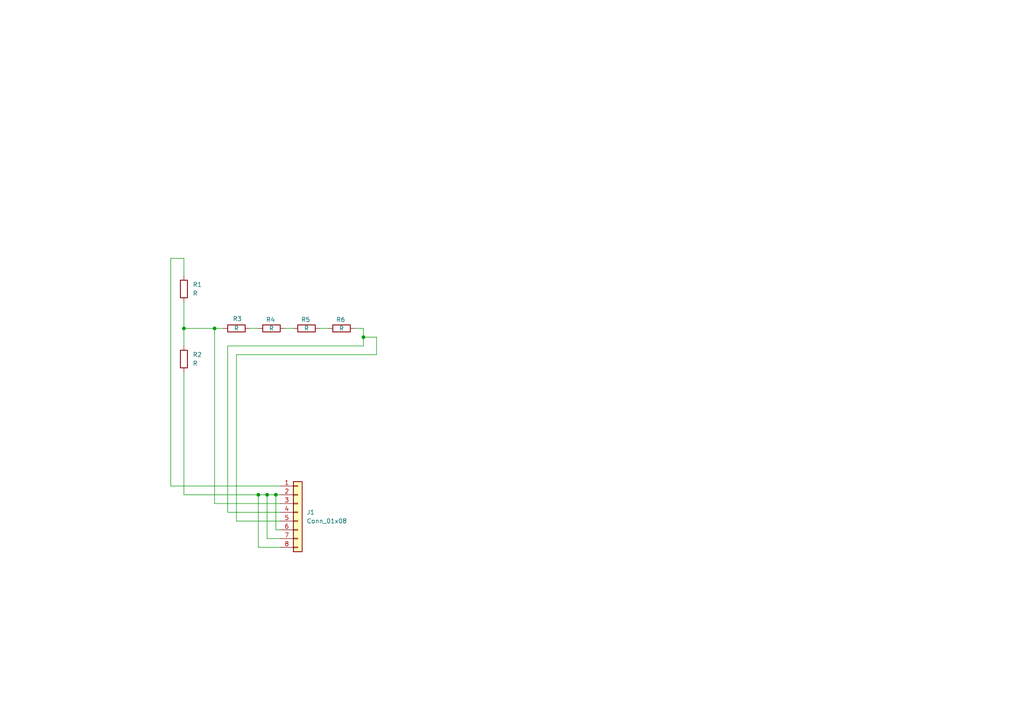
<source format=kicad_sch>
(kicad_sch (version 20250114) (generator "eeschema") (generator_version "9.0")
  (paper "A4")
  (lib_symbols
    (symbol "Connector_Generic:Conn_01x08" (pin_names (offset 1.016) (hide yes))
      (property "Reference" "J" (at 0 10.16 0))
      (property "Value" "Conn_01x08" (at 0 -12.7 0))
      (symbol "Conn_01x08_1_1"
        (rectangle (start -1.27 8.89) (end 1.27 -11.43) (stroke (width 0.254)) (fill (type background)))
        (rectangle (start -1.27 7.747) (end 0 7.493) (stroke (width 0.1524)))
        (rectangle (start -1.27 5.207) (end 0 4.953) (stroke (width 0.1524)))
        (rectangle (start -1.27 2.667) (end 0 2.413) (stroke (width 0.1524)))
        (rectangle (start -1.27 0.127) (end 0 -0.127) (stroke (width 0.1524)))
        (rectangle (start -1.27 -2.413) (end 0 -2.667) (stroke (width 0.1524)))
        (rectangle (start -1.27 -4.953) (end 0 -5.207) (stroke (width 0.1524)))
        (rectangle (start -1.27 -7.493) (end 0 -7.747) (stroke (width 0.1524)))
        (rectangle (start -1.27 -10.033) (end 0 -10.287) (stroke (width 0.1524)))
        (pin passive line (at -5.08 7.62 0) (length 3.81) (name "Pin_1") (number "1"))
        (pin passive line (at -5.08 5.08 0) (length 3.81) (name "Pin_2") (number "2"))
        (pin passive line (at -5.08 2.54 0) (length 3.81) (name "Pin_3") (number "3"))
        (pin passive line (at -5.08 0 0) (length 3.81) (name "Pin_4") (number "4"))
        (pin passive line (at -5.08 -2.54 0) (length 3.81) (name "Pin_5") (number "5"))
        (pin passive line (at -5.08 -5.08 0) (length 3.81) (name "Pin_6") (number "6"))
        (pin passive line (at -5.08 -7.62 0) (length 3.81) (name "Pin_7") (number "7"))
        (pin passive line (at -5.08 -10.16 0) (length 3.81) (name "Pin_8") (number "8"))
      )
    )
    (symbol "Device:R" (pin_numbers (hide yes)) (pin_names (offset 0))
      (property "Reference" "R" (at 2.032 0 90))
      (property "Value" "R" (at 0 0 90))
      (symbol "R_0_1"
        (rectangle (start -1.016 -2.54) (end 1.016 2.54) (stroke (width 0.254)))
      )
      (symbol "R_1_1"
        (pin passive line (at 0 3.81 270) (length 1.27) (name "~") (number "1"))
        (pin passive line (at 0 -3.81 90) (length 1.27) (name "~") (number "2"))
      )
    )
  )
  (junction (at 62.23 95.25))
  (junction (at 77.47 143.51))
  (junction (at 80.01 143.51))
  (junction (at 74.93 143.51))
  (junction (at 53.34 95.25))
  (junction (at 105.41 97.79))
  (wire (pts (xy 109.22 97.79) (xy 105.41 97.79)))
  (wire (pts (xy 81.28 153.67) (xy 80.01 153.67)))
  (wire (pts (xy 53.34 95.25) (xy 53.34 100.33)))
  (wire (pts (xy 80.01 143.51) (xy 81.28 143.51)))
  (wire (pts (xy 81.28 156.21) (xy 77.47 156.21)))
  (wire (pts (xy 53.34 74.93) (xy 49.53 74.93)))
  (wire (pts (xy 77.47 143.51) (xy 80.01 143.51)))
  (wire (pts (xy 62.23 95.25) (xy 64.77 95.25)))
  (wire (pts (xy 53.34 87.63) (xy 53.34 95.25)))
  (wire (pts (xy 53.34 95.25) (xy 62.23 95.25)))
  (wire (pts (xy 81.28 146.05) (xy 62.23 146.05)))
  (wire (pts (xy 109.22 102.87) (xy 109.22 97.79)))
  (wire (pts (xy 92.71 95.25) (xy 95.25 95.25)))
  (wire (pts (xy 74.93 143.51) (xy 77.47 143.51)))
  (wire (pts (xy 77.47 156.21) (xy 77.47 143.51)))
  (wire (pts (xy 82.55 95.25) (xy 85.09 95.25)))
  (wire (pts (xy 72.39 95.25) (xy 74.93 95.25)))
  (wire (pts (xy 81.28 151.13) (xy 68.58 151.13)))
  (wire (pts (xy 62.23 146.05) (xy 62.23 95.25)))
  (wire (pts (xy 68.58 102.87) (xy 109.22 102.87)))
  (wire (pts (xy 53.34 107.95) (xy 53.34 143.51)))
  (wire (pts (xy 105.41 97.79) (xy 105.41 95.25)))
  (wire (pts (xy 66.04 100.33) (xy 105.41 100.33)))
  (wire (pts (xy 53.34 143.51) (xy 74.93 143.51)))
  (wire (pts (xy 49.53 74.93) (xy 49.53 140.97)))
  (wire (pts (xy 80.01 153.67) (xy 80.01 143.51)))
  (wire (pts (xy 102.87 95.25) (xy 105.41 95.25)))
  (wire (pts (xy 74.93 158.75) (xy 74.93 143.51)))
  (wire (pts (xy 49.53 140.97) (xy 81.28 140.97)))
  (wire (pts (xy 68.58 151.13) (xy 68.58 102.87)))
  (wire (pts (xy 81.28 158.75) (xy 74.93 158.75)))
  (wire (pts (xy 105.41 100.33) (xy 105.41 97.79)))
  (wire (pts (xy 81.28 148.59) (xy 66.04 148.59)))
  (wire (pts (xy 66.04 148.59) (xy 66.04 100.33)))
  (wire (pts (xy 53.34 80.01) (xy 53.34 74.93)))
  (symbol (lib_id "Device:R") (at 99.06 95.25 270) (unit 1)
    (property "Reference" "R6" (at 98.806 92.71 90))
    (property "Value" "R" (at 99.06 95.25 90))
    (property "Footprint" "Resistor_THT:R_Axial_DIN0207_L6.3mm_D2.5mm_P7.62mm_Horizontal" (effects (hide yes)))
    (property "Description" "Resistor" (effects (hide yes)))
  )
  (symbol (lib_id "Device:R") (at 53.34 83.82 180) (unit 1)
    (property "Reference" "R1" (at 55.88 82.5499 0) (effects (justify right)))
    (property "Value" "R" (at 55.88 85.0899 0) (effects (justify right)))
    (property "Footprint" "Resistor_THT:R_Axial_DIN0207_L6.3mm_D2.5mm_P7.62mm_Horizontal" (effects (hide yes)))
    (property "Description" "Resistor" (effects (hide yes)))
  )
  (symbol (lib_id "Device:R") (at 53.34 104.14 180) (unit 1)
    (property "Reference" "R2" (at 55.88 102.8699 0) (effects (justify right)))
    (property "Value" "R" (at 55.88 105.4099 0) (effects (justify right)))
    (property "Footprint" "Resistor_THT:R_Axial_DIN0207_L6.3mm_D2.5mm_P7.62mm_Horizontal" (effects (hide yes)))
    (property "Description" "Resistor" (effects (hide yes)))
  )
  (symbol (lib_id "Device:R") (at 68.58 95.25 270) (unit 1)
    (property "Reference" "R3" (at 68.834 92.456 90))
    (property "Value" "R" (at 68.58 95.25 90))
    (property "Footprint" "Resistor_THT:R_Axial_DIN0207_L6.3mm_D2.5mm_P7.62mm_Horizontal" (effects (hide yes)))
    (property "Description" "Resistor" (effects (hide yes)))
  )
  (symbol (lib_id "Connector_Generic:Conn_01x08") (at 86.36 148.59 0) (unit 1)
    (property "Reference" "J1" (at 88.9 148.5899 0) (effects (justify left)))
    (property "Value" "Conn_01x08" (at 88.9 151.1299 0) (effects (justify left)))
    (property "Footprint" "Connector_PinHeader_2.54mm:PinHeader_1x08_P2.54mm_Vertical" (effects (hide yes)))
    (property "Description" "Generic connector, single row, 01x08, script generated (kicad-library-utils/schlib/autogen/connector/)" (effects (hide yes)))
  )
  (symbol (lib_id "Device:R") (at 78.74 95.25 270) (unit 1)
    (property "Reference" "R4" (at 78.486 92.71 90))
    (property "Value" "R" (at 78.74 95.25 90))
    (property "Footprint" "Resistor_THT:R_Axial_DIN0207_L6.3mm_D2.5mm_P7.62mm_Horizontal" (effects (hide yes)))
    (property "Description" "Resistor" (effects (hide yes)))
  )
  (symbol (lib_id "Device:R") (at 88.9 95.25 270) (unit 1)
    (property "Reference" "R5" (at 88.646 92.71 90))
    (property "Value" "R" (at 88.9 95.25 90))
    (property "Footprint" "Resistor_THT:R_Axial_DIN0207_L6.3mm_D2.5mm_P7.62mm_Horizontal" (effects (hide yes)))
    (property "Description" "Resistor" (effects (hide yes)))
  )
)
</source>
